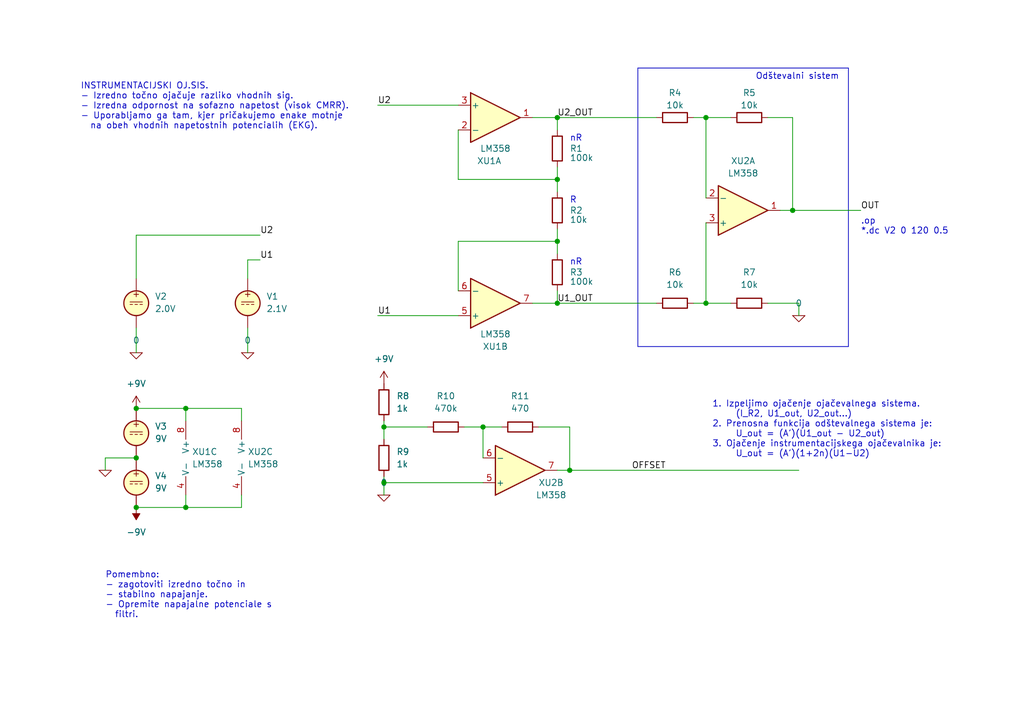
<source format=kicad_sch>
(kicad_sch (version 20231120) (generator "eeschema") (generator_version "8.0")
  (paper "A5")
  (lib_symbols
    (symbol "Amplifier_Operational:LM358" (pin_names (offset 0.127))
      (property "Reference" "U" (at 0 5.08 0))
      (property "Value" "LM358" (at 0 -5.08 0))
      (symbol "LM358_1_1"
        (polyline (pts (xy -5.08 5.08) (xy 5.08 0) (xy -5.08 -5.08) (xy -5.08 5.08)) (stroke (width 0.254)) (fill (type background)))
        (pin output line (at 7.62 0 180) (length 2.54) (name "~") (number "1"))
        (pin input line (at -7.62 -2.54 0) (length 2.54) (name "-") (number "2"))
        (pin input line (at -7.62 2.54 0) (length 2.54) (name "+") (number "3"))
      )
      (symbol "LM358_2_1"
        (polyline (pts (xy -5.08 5.08) (xy 5.08 0) (xy -5.08 -5.08) (xy -5.08 5.08)) (stroke (width 0.254)) (fill (type background)))
        (pin input line (at -7.62 2.54 0) (length 2.54) (name "+") (number "5"))
        (pin input line (at -7.62 -2.54 0) (length 2.54) (name "-") (number "6"))
        (pin output line (at 7.62 0 180) (length 2.54) (name "~") (number "7"))
      )
      (symbol "LM358_3_1"
        (pin power_in line (at -2.54 -7.62 90) (length 3.81) (name "V-") (number "4"))
        (pin power_in line (at -2.54 7.62 270) (length 3.81) (name "V+") (number "8"))
      )
    )
    (symbol "Device:R" (pin_numbers hide) (pin_names (offset 0))
      (property "Reference" "R" (at 2.032 0 90))
      (property "Value" "R" (at 0 0 90))
      (symbol "R_0_1"
        (rectangle (start -1.016 -2.54) (end 1.016 2.54) (stroke (width 0.254)))
      )
      (symbol "R_1_1"
        (pin passive line (at 0 3.81 270) (length 1.27) (name "~") (number "1"))
        (pin passive line (at 0 -3.81 90) (length 1.27) (name "~") (number "2"))
      )
    )
    (symbol "Simulation_SPICE:VDC" (pin_numbers hide) (pin_names (offset 0.0254))
      (property "Reference" "V" (at 2.54 2.54 0))
      (property "Value" "1" (at 2.54 0 0))
      (symbol "VDC_0_0"
        (polyline (pts (xy -1.27 0.254) (xy 1.27 0.254)))
        (polyline (pts (xy -0.762 -0.254) (xy -1.27 -0.254)))
        (polyline (pts (xy 0.254 -0.254) (xy -0.254 -0.254)))
        (polyline (pts (xy 1.27 -0.254) (xy 0.762 -0.254)))
        (text "+" (at 0 1.905 0) (effects (font (size 1.27 1.27))))
      )
      (symbol "VDC_0_1"
        (circle (center 0 0) (radius 2.54) (stroke (width 0.254)) (fill (type background)))
      )
      (symbol "VDC_1_1"
        (pin passive line (at 0 5.08 270) (length 2.54) (name "~") (number "1"))
        (pin passive line (at 0 -5.08 90) (length 2.54) (name "~") (number "2"))
      )
    )
    (symbol "power:+9V" (power) (pin_names (offset 0))
      (property "Value" "+9V" (at 0 3.556 0))
      (symbol "+9V_0_1"
        (polyline (pts (xy -0.762 1.27) (xy 0 2.54)))
        (polyline (pts (xy 0 0) (xy 0 2.54)))
        (polyline (pts (xy 0 2.54) (xy 0.762 1.27)))
      )
      (symbol "+9V_1_1"
        (pin power_in line (at 0 0 90) (length 0) hide (name "+9V") (number "1"))
      )
    )
    (symbol "power:-9V" (power) (pin_names (offset 0))
      (property "Value" "-9V" (at 0 3.81 0))
      (symbol "-9V_0_1"
        (polyline (pts (xy 0 0) (xy 0 2.54)))
        (polyline (pts (xy 0.762 1.27) (xy -0.762 1.27) (xy 0 2.54) (xy 0.762 1.27)) (fill (type outline)))
      )
      (symbol "-9V_1_1"
        (pin power_in line (at 0 0 90) (length 0) hide (name "-9V") (number "1"))
      )
    )
    (symbol "pspice:0" (power) (pin_names (offset 0))
      (property "Value" "0" (at 0 -1.778 0))
      (symbol "0_0_1"
        (polyline (pts (xy -1.27 0) (xy 0 -1.27) (xy 1.27 0) (xy -1.27 0)))
      )
      (symbol "0_1_1"
        (pin power_in line (at 0 0 0) (length 0) hide (name "0") (number "1"))
      )
    )
  )
  (junction (at 116.84 96.52))
  (junction (at 78.74 87.63))
  (junction (at 114.3 36.83))
  (junction (at 38.1 83.82))
  (junction (at 162.56 43.18))
  (junction (at 27.94 93.98))
  (junction (at 27.94 83.82))
  (junction (at 114.3 49.53))
  (junction (at 114.3 62.23))
  (junction (at 114.3 24.13))
  (junction (at 99.06 87.63))
  (junction (at 78.74 99.06))
  (junction (at 144.78 24.13))
  (junction (at 144.78 62.23))
  (junction (at 27.94 104.14))
  (junction (at 38.1 104.14))
  (wire (pts (xy 114.3 62.23) (xy 134.62 62.23)))
  (wire (pts (xy 78.74 99.06) (xy 99.06 99.06)))
  (wire (pts (xy 157.48 24.13) (xy 162.56 24.13)))
  (wire (pts (xy 114.3 62.23) (xy 109.22 62.23)))
  (wire (pts (xy 114.3 34.29) (xy 114.3 36.83)))
  (wire (pts (xy 144.78 24.13) (xy 144.78 40.64)))
  (wire (pts (xy 49.53 104.14) (xy 38.1 104.14)))
  (wire (pts (xy 78.74 87.63) (xy 78.74 90.17)))
  (wire (pts (xy 142.24 24.13) (xy 144.78 24.13)))
  (wire (pts (xy 49.53 83.82) (xy 38.1 83.82)))
  (wire (pts (xy 27.94 48.26) (xy 53.34 48.26)))
  (wire (pts (xy 162.56 24.13) (xy 162.56 43.18)))
  (wire (pts (xy 144.78 24.13) (xy 149.86 24.13)))
  (wire (pts (xy 77.47 64.77) (xy 93.98 64.77)))
  (wire (pts (xy 99.06 87.63) (xy 102.87 87.63)))
  (wire (pts (xy 21.59 96.52) (xy 21.59 93.98)))
  (wire (pts (xy 27.94 67.31) (xy 27.94 72.39)))
  (wire (pts (xy 162.56 43.18) (xy 176.53 43.18)))
  (polyline (pts (xy 130.81 13.97) (xy 173.99 13.97)))
  (wire (pts (xy 38.1 83.82) (xy 27.94 83.82)))
  (wire (pts (xy 38.1 83.82) (xy 38.1 86.36)))
  (wire (pts (xy 163.83 62.23) (xy 163.83 64.77)))
  (wire (pts (xy 114.3 24.13) (xy 114.3 26.67)))
  (wire (pts (xy 50.8 67.31) (xy 50.8 72.39)))
  (wire (pts (xy 114.3 49.53) (xy 114.3 52.07)))
  (polyline (pts (xy 130.81 71.12) (xy 173.99 71.12)))
  (wire (pts (xy 49.53 86.36) (xy 49.53 83.82)))
  (wire (pts (xy 77.47 21.59) (xy 93.98 21.59)))
  (wire (pts (xy 142.24 62.23) (xy 144.78 62.23)))
  (wire (pts (xy 38.1 101.6) (xy 38.1 104.14)))
  (wire (pts (xy 95.25 87.63) (xy 99.06 87.63)))
  (wire (pts (xy 114.3 59.69) (xy 114.3 62.23)))
  (wire (pts (xy 93.98 36.83) (xy 114.3 36.83)))
  (polyline (pts (xy 173.99 71.12) (xy 173.99 13.97)))
  (wire (pts (xy 27.94 57.15) (xy 27.94 48.26)))
  (wire (pts (xy 78.74 97.79) (xy 78.74 99.06)))
  (wire (pts (xy 50.8 53.34) (xy 53.34 53.34)))
  (wire (pts (xy 93.98 59.69) (xy 93.98 49.53)))
  (wire (pts (xy 78.74 87.63) (xy 87.63 87.63)))
  (wire (pts (xy 114.3 24.13) (xy 134.62 24.13)))
  (wire (pts (xy 157.48 62.23) (xy 163.83 62.23)))
  (wire (pts (xy 114.3 36.83) (xy 114.3 39.37)))
  (wire (pts (xy 114.3 46.99) (xy 114.3 49.53)))
  (wire (pts (xy 110.49 87.63) (xy 116.84 87.63)))
  (wire (pts (xy 116.84 96.52) (xy 114.3 96.52)))
  (wire (pts (xy 109.22 24.13) (xy 114.3 24.13)))
  (polyline (pts (xy 130.81 13.97) (xy 130.81 71.12)))
  (wire (pts (xy 21.59 93.98) (xy 27.94 93.98)))
  (wire (pts (xy 49.53 101.6) (xy 49.53 104.14)))
  (wire (pts (xy 93.98 26.67) (xy 93.98 36.83)))
  (wire (pts (xy 38.1 104.14) (xy 27.94 104.14)))
  (wire (pts (xy 116.84 96.52) (xy 163.83 96.52)))
  (wire (pts (xy 78.74 99.06) (xy 78.74 101.6)))
  (wire (pts (xy 99.06 87.63) (xy 99.06 93.98)))
  (wire (pts (xy 116.84 87.63) (xy 116.84 96.52)))
  (wire (pts (xy 50.8 57.15) (xy 50.8 53.34)))
  (wire (pts (xy 78.74 86.36) (xy 78.74 87.63)))
  (wire (pts (xy 160.02 43.18) (xy 162.56 43.18)))
  (wire (pts (xy 144.78 45.72) (xy 144.78 62.23)))
  (wire (pts (xy 144.78 62.23) (xy 149.86 62.23)))
  (wire (pts (xy 93.98 49.53) (xy 114.3 49.53)))
  (text "1. Izpeljimo ojačenje ojačevalnega sistema.\n	(I_R2, U1_out, U2_out...)\n2. Prenosna funkcija odštevalnega sistema je:\n	U_out = (A')(U1_out - U2_out)\n3. Ojačenje instrumentacijskega ojačevalnika je:\n	U_out = (A')(1+2n)(U1-U2)" (at 146.05 93.98 0) (effects (font (size 1.27 1.27)) (justify left bottom)))
  (text "R" (at 116.84 41.91 0) (effects (font (size 1.27 1.27)) (justify left bottom)))
  (text "Pomembno:\n- zagotoviti izredno točno in\n- stabilno napajanje.\n- Opremite napajalne potenciale s\n  filtri." (at 21.59 127 0) (effects (font (size 1.27 1.27)) (justify left bottom)))
  (text "nR" (at 116.84 29.21 0) (effects (font (size 1.27 1.27)) (justify left bottom)))
  (text "INSTRUMENTACIJSKI OJ.SIS.\n- Izredno točno ojačuje razliko vhodnih sig.\n- Izredna odpornost na sofazno napetost (visok CMRR).\n- Uporabljamo ga tam, kjer pričakujemo enake motnje\n  na obeh vhodnih napetostnih potencialih (EKG). " (at 16.51 26.67 0) (effects (font (size 1.27 1.27)) (justify left bottom)))
  (text "Odštevalni sistem" (at 154.94 16.51 0) (effects (font (size 1.27 1.27)) (justify left bottom)))
  (text ".op\n*.dc V2 0 120 0.5" (at 176.53 48.26 0) (effects (font (size 1.27 1.27)) (justify left bottom)))
  (text "nR" (at 116.84 54.61 0) (effects (font (size 1.27 1.27)) (justify left bottom)))
  (label "U1" (at 77.47 64.77 0))
  (label "U2" (at 77.47 21.59 0))
  (label "U2_OUT" (at 114.3 24.13 0))
  (label "U1" (at 53.34 53.34 0))
  (label "OUT" (at 176.53 43.18 0))
  (label "U1_OUT" (at 114.3 62.23 0))
  (label "U2" (at 53.34 48.26 0))
  (label "OFFSET" (at 129.54 96.52 0))
  (symbol (lib_id "Amplifier_Operational:LM358") (at 52.07 93.98 0) (unit 3)
    (property "Reference" "XU2" (at 50.8 92.7099 0) (effects (justify left)))
    (property "Value" "LM358" (at 50.8 95.2499 0) (effects (justify left)))
    (property "Datasheet" "http://www.ti.com/lit/ds/symlink/lm2904-n.pdf" (effects (hide yes)))
    (property "Sim.Library" "/home/david/.local/share/kicad/SpiceLibrary/Models/Operational Amplifier/LM358-dual.mod" (effects (hide yes)))
    (property "Sim.Name" "lm358_dual" (effects (hide yes)))
    (property "Sim.Pins" "1=1out 2=1in- 3=1in+ 4=vcc- 5=2in+ 6=2in- 7=2out 8=vcc+" (effects (hide yes)))
    (property "Sim.Device" "SUBCKT" (effects (hide yes)))
  )
  (symbol (lib_id "Device:R") (at 153.67 24.13 90) (unit 1)
    (property "Reference" "R5" (at 153.67 19.05 90))
    (property "Value" "10k" (at 153.67 21.59 90))
  )
  (symbol (lib_id "Amplifier_Operational:LM358") (at 101.6 24.13 0) (unit 1)
    (property "Reference" "XU1" (at 100.33 33.02 0))
    (property "Value" "LM358" (at 101.6 30.48 0))
    (property "Datasheet" "http://www.ti.com/lit/ds/symlink/lm2904-n.pdf" (effects (hide yes)))
    (property "Sim.Library" "/home/david/.local/share/kicad/SpiceLibrary/Models/Operational Amplifier/LM358-dual.mod" (effects (hide yes)))
    (property "Sim.Name" "lm358_dual" (effects (hide yes)))
    (property "Sim.Pins" "1=1out 2=1in- 3=1in+ 4=vcc- 5=2in+ 6=2in- 7=2out 8=vcc+" (effects (hide yes)))
    (property "Sim.Device" "SUBCKT" (effects (hide yes)))
  )
  (symbol (lib_id "Amplifier_Operational:LM358") (at 106.68 96.52 0) (mirror x) (unit 2)
    (property "Reference" "XU2" (at 113.03 99.06 0))
    (property "Value" "LM358" (at 113.03 101.6 0))
    (property "Datasheet" "http://www.ti.com/lit/ds/symlink/lm2904-n.pdf" (effects (hide yes)))
    (property "Sim.Library" "/home/david/.local/share/kicad/SpiceLibrary/Models/Operational Amplifier/LM358-dual.mod" (effects (hide yes)))
    (property "Sim.Name" "lm358_dual" (effects (hide yes)))
    (property "Sim.Pins" "1=1out 2=1in- 3=1in+ 4=vcc- 5=2in+ 6=2in- 7=2out 8=vcc+" (effects (hide yes)))
    (property "Sim.Device" "SUBCKT" (effects (hide yes)))
  )
  (symbol (lib_id "pspice:0") (at 21.59 96.52 0) (unit 1)
    (property "Reference" "#GND04" (effects (hide yes)))
    (property "Value" "0" (effects (hide yes)))
  )
  (symbol (lib_id "Device:R") (at 78.74 82.55 0) (unit 1)
    (property "Reference" "R8" (at 81.28 81.2799 0) (effects (justify left)))
    (property "Value" "1k" (at 81.28 83.8199 0) (effects (justify left)))
  )
  (symbol (lib_id "Device:R") (at 114.3 30.48 0) (unit 1)
    (property "Reference" "R1" (at 116.84 30.48 0) (effects (justify left)))
    (property "Value" "100k" (at 116.84 32.385 0) (effects (justify left)))
  )
  (symbol (lib_id "Device:R") (at 138.43 62.23 90) (unit 1)
    (property "Reference" "R6" (at 138.43 55.88 90))
    (property "Value" "10k" (at 138.43 58.42 90))
  )
  (symbol (lib_id "Simulation_SPICE:VDC") (at 27.94 99.06 0) (unit 1)
    (property "Reference" "V4" (at 31.75 97.6602 0) (effects (justify left)))
    (property "Value" "9V" (at 31.75 100.2002 0) (effects (justify left)))
    (property "Sim.Pins" "1=+ 2=-" (effects (hide yes)))
    (property "Sim.Type" "DC" (effects (hide yes)))
    (property "Sim.Device" "V" (effects (hide yes)))
  )
  (symbol (lib_id "Device:R") (at 138.43 24.13 90) (unit 1)
    (property "Reference" "R4" (at 138.43 19.05 90))
    (property "Value" "10k" (at 138.43 21.59 90))
  )
  (symbol (lib_id "Simulation_SPICE:VDC") (at 27.94 88.9 0) (unit 1)
    (property "Reference" "V3" (at 31.75 87.5002 0) (effects (justify left)))
    (property "Value" "9V" (at 31.75 90.0402 0) (effects (justify left)))
    (property "Sim.Pins" "1=+ 2=-" (effects (hide yes)))
    (property "Sim.Type" "DC" (effects (hide yes)))
    (property "Sim.Device" "V" (effects (hide yes)))
  )
  (symbol (lib_id "Simulation_SPICE:VDC") (at 27.94 62.23 0) (unit 1)
    (property "Reference" "V2" (at 31.75 60.8302 0) (effects (justify left)))
    (property "Value" "2.0V" (at 31.75 63.3702 0) (effects (justify left)))
    (property "Sim.Pins" "1=+ 2=-" (effects (hide yes)))
    (property "Sim.Type" "DC" (effects (hide yes)))
    (property "Sim.Device" "V" (effects (hide yes)))
  )
  (symbol (lib_id "Simulation_SPICE:VDC") (at 50.8 62.23 0) (unit 1)
    (property "Reference" "V1" (at 54.61 60.8302 0) (effects (justify left)))
    (property "Value" "2.1V" (at 54.61 63.3702 0) (effects (justify left)))
    (property "Sim.Pins" "1=+ 2=-" (effects (hide yes)))
    (property "Sim.Type" "DC" (effects (hide yes)))
    (property "Sim.Device" "V" (effects (hide yes)))
  )
  (symbol (lib_id "Amplifier_Operational:LM358") (at 152.4 43.18 0) (mirror x) (unit 1)
    (property "Reference" "XU2" (at 152.4 33.02 0))
    (property "Value" "LM358" (at 152.4 35.56 0))
    (property "Datasheet" "http://www.ti.com/lit/ds/symlink/lm2904-n.pdf" (effects (hide yes)))
    (property "Sim.Library" "/home/david/.local/share/kicad/SpiceLibrary/Models/Operational Amplifier/LM358-dual.mod" (effects (hide yes)))
    (property "Sim.Name" "lm358_dual" (effects (hide yes)))
    (property "Sim.Pins" "1=1out 2=1in- 3=1in+ 4=vcc- 5=2in+ 6=2in- 7=2out 8=vcc+" (effects (hide yes)))
    (property "Sim.Device" "SUBCKT" (effects (hide yes)))
  )
  (symbol (lib_id "pspice:0") (at 50.8 72.39 0) (unit 1)
    (property "Reference" "#GND03" (effects (hide yes)))
    (property "Value" "0" (at 50.8 69.85 0))
  )
  (symbol (lib_id "power:+9V") (at 78.74 78.74 0) (unit 1)
    (property "Reference" "#PWR02" (effects (hide yes)))
    (property "Value" "+9V" (at 78.74 73.66 0))
  )
  (symbol (lib_id "Device:R") (at 114.3 43.18 0) (unit 1)
    (property "Reference" "R2" (at 116.84 43.18 0) (effects (justify left)))
    (property "Value" "10k" (at 116.84 45.085 0) (effects (justify left)))
  )
  (symbol (lib_id "Device:R") (at 106.68 87.63 90) (unit 1)
    (property "Reference" "R11" (at 106.68 81.28 90))
    (property "Value" "470" (at 106.68 83.82 90))
  )
  (symbol (lib_id "power:+9V") (at 27.94 83.82 0) (unit 1)
    (property "Reference" "#PWR05" (effects (hide yes)))
    (property "Value" "+9V" (at 27.94 78.74 0))
  )
  (symbol (lib_id "pspice:0") (at 78.74 101.6 0) (unit 1)
    (property "Reference" "#GND05" (effects (hide yes)))
    (property "Value" "0" (at 78.74 99.06 0))
  )
  (symbol (lib_id "Amplifier_Operational:LM358") (at 40.64 93.98 0) (unit 3)
    (property "Reference" "XU1" (at 39.37 92.7099 0) (effects (justify left)))
    (property "Value" "LM358" (at 39.37 95.2499 0) (effects (justify left)))
    (property "Datasheet" "http://www.ti.com/lit/ds/symlink/lm2904-n.pdf" (effects (hide yes)))
    (property "Sim.Library" "/home/david/.local/share/kicad/SpiceLibrary/Models/Operational Amplifier/LM358-dual.mod" (effects (hide yes)))
    (property "Sim.Name" "lm358_dual" (effects (hide yes)))
    (property "Sim.Pins" "1=1out 2=1in- 3=1in+ 4=vcc- 5=2in+ 6=2in- 7=2out 8=vcc+" (effects (hide yes)))
    (property "Sim.Device" "SUBCKT" (effects (hide yes)))
  )
  (symbol (lib_id "pspice:0") (at 163.83 64.77 0) (unit 1)
    (property "Reference" "#GND02" (effects (hide yes)))
    (property "Value" "0" (at 163.83 62.23 0))
  )
  (symbol (lib_id "Device:R") (at 91.44 87.63 90) (unit 1)
    (property "Reference" "R10" (at 91.44 81.28 90))
    (property "Value" "470k" (at 91.44 83.82 90))
  )
  (symbol (lib_id "Device:R") (at 114.3 55.88 0) (unit 1)
    (property "Reference" "R3" (at 116.84 55.88 0) (effects (justify left)))
    (property "Value" "100k" (at 116.84 57.785 0) (effects (justify left)))
  )
  (symbol (lib_id "Device:R") (at 78.74 93.98 0) (unit 1)
    (property "Reference" "R9" (at 81.28 92.7099 0) (effects (justify left)))
    (property "Value" "1k" (at 81.28 95.2499 0) (effects (justify left)))
  )
  (symbol (lib_id "power:-9V") (at 27.94 104.14 180) (unit 1)
    (property "Reference" "#PWR01" (effects (hide yes)))
    (property "Value" "-9V" (at 27.94 109.22 0))
  )
  (symbol (lib_id "Amplifier_Operational:LM358") (at 101.6 62.23 0) (mirror x) (unit 2)
    (property "Reference" "XU1" (at 101.6 71.12 0))
    (property "Value" "LM358" (at 101.6 68.58 0))
    (property "Datasheet" "http://www.ti.com/lit/ds/symlink/lm2904-n.pdf" (effects (hide yes)))
    (property "Sim.Library" "/home/david/.local/share/kicad/SpiceLibrary/Models/Operational Amplifier/LM358-dual.mod" (effects (hide yes)))
    (property "Sim.Name" "lm358_dual" (effects (hide yes)))
    (property "Sim.Pins" "1=1out 2=1in- 3=1in+ 4=vcc- 5=2in+ 6=2in- 7=2out 8=vcc+" (effects (hide yes)))
    (property "Sim.Device" "SUBCKT" (effects (hide yes)))
  )
  (symbol (lib_id "Device:R") (at 153.67 62.23 90) (unit 1)
    (property "Reference" "R7" (at 153.67 55.88 90))
    (property "Value" "10k" (at 153.67 58.42 90))
  )
  (symbol (lib_id "pspice:0") (at 27.94 72.39 0) (unit 1)
    (property "Reference" "#GND01" (effects (hide yes)))
    (property "Value" "0" (at 27.94 69.85 0))
  )
)
</source>
